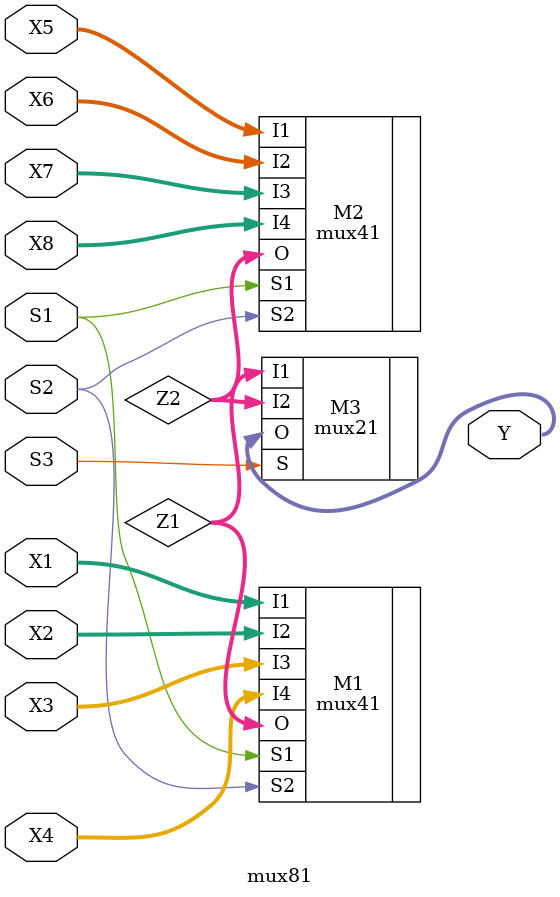
<source format=v>
module mux81 (X1,X2,X3,X4,X5,X6,X7,X8,S1,S2,S3,Y); // 8:1 mux with 3 select lines constructed from 4:1 and 2:1 mux
  input[4:0] X1,X2,X3,X4,X5,X6,X7,X8;
  input S1,S2,S3;
  output[4:0] Y;
  wire[4:0]Z1,Z2; // importing structures of 4:1 and 2:1 mux
  mux41 M1 (
   .I1(X1),
   .I2(X2),
   .I3(X3),
   .I4(X4),
   .S1(S1),
   .S2(S2),
   .O(Z1)
   );
  mux41 M2 (
   .I1(X5),
   .I2(X6),
   .I3(X7),
   .I4(X8),
   .S1(S1),
   .S2(S2),
   .O(Z2)
   );
   mux21 M3 (
    .I1(Z1),
    .I2(Z2),
    .S(S3),
    .O(Y)
    );
  endmodule
</source>
